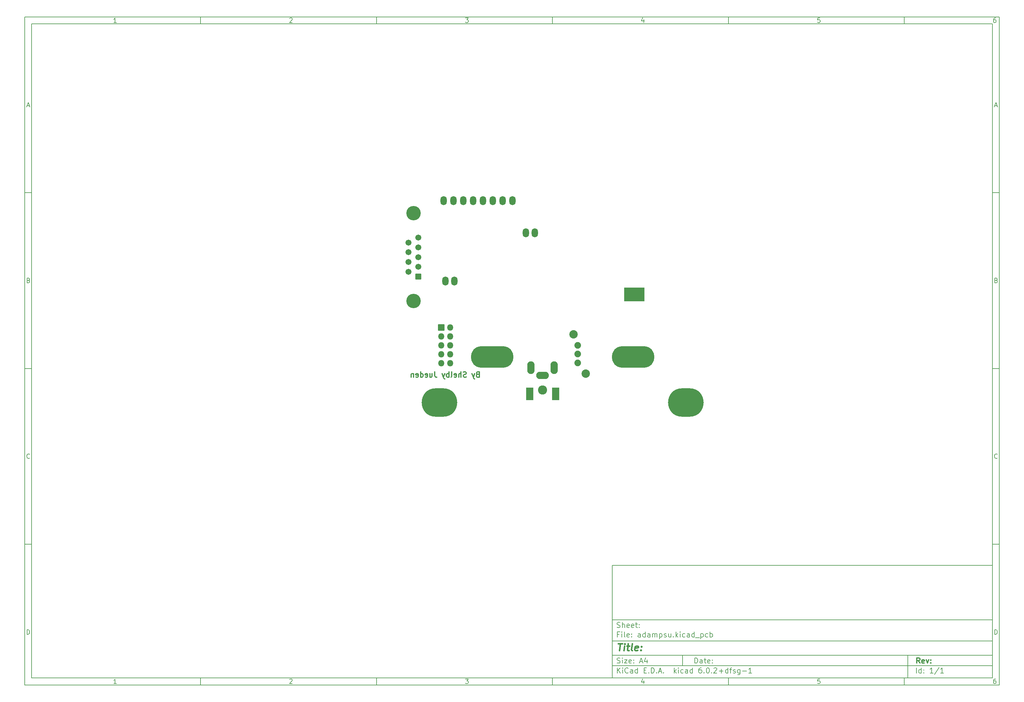
<source format=gbr>
G04 #@! TF.GenerationSoftware,KiCad,Pcbnew,6.0.2+dfsg-1*
G04 #@! TF.CreationDate,2023-07-16T14:07:36-07:00*
G04 #@! TF.ProjectId,adampsu,6164616d-7073-4752-9e6b-696361645f70,rev?*
G04 #@! TF.SameCoordinates,Original*
G04 #@! TF.FileFunction,Soldermask,Bot*
G04 #@! TF.FilePolarity,Negative*
%FSLAX46Y46*%
G04 Gerber Fmt 4.6, Leading zero omitted, Abs format (unit mm)*
G04 Created by KiCad (PCBNEW 6.0.2+dfsg-1) date 2023-07-16 14:07:36*
%MOMM*%
%LPD*%
G01*
G04 APERTURE LIST*
G04 Aperture macros list*
%AMRoundRect*
0 Rectangle with rounded corners*
0 $1 Rounding radius*
0 $2 $3 $4 $5 $6 $7 $8 $9 X,Y pos of 4 corners*
0 Add a 4 corners polygon primitive as box body*
4,1,4,$2,$3,$4,$5,$6,$7,$8,$9,$2,$3,0*
0 Add four circle primitives for the rounded corners*
1,1,$1+$1,$2,$3*
1,1,$1+$1,$4,$5*
1,1,$1+$1,$6,$7*
1,1,$1+$1,$8,$9*
0 Add four rect primitives between the rounded corners*
20,1,$1+$1,$2,$3,$4,$5,0*
20,1,$1+$1,$4,$5,$6,$7,0*
20,1,$1+$1,$6,$7,$8,$9,0*
20,1,$1+$1,$8,$9,$2,$3,0*%
G04 Aperture macros list end*
%ADD10C,0.100000*%
%ADD11C,0.150000*%
%ADD12C,0.300000*%
%ADD13C,0.400000*%
%ADD14O,1.802000X2.602000*%
%ADD15RoundRect,0.051000X-0.850000X-0.850000X0.850000X-0.850000X0.850000X0.850000X-0.850000X0.850000X0*%
%ADD16O,1.802000X1.802000*%
%ADD17C,2.602000*%
%ADD18O,2.102000X3.602000*%
%ADD19O,3.602000X2.102000*%
%ADD20RoundRect,0.051000X-1.000000X-1.750000X1.000000X-1.750000X1.000000X1.750000X-1.000000X1.750000X0*%
%ADD21C,4.102000*%
%ADD22RoundRect,0.051000X-0.800000X0.800000X-0.800000X-0.800000X0.800000X-0.800000X0.800000X0.800000X0*%
%ADD23C,1.702000*%
%ADD24C,1.880000*%
%ADD25C,2.388000*%
%ADD26O,10.102000X8.102000*%
%ADD27O,12.102000X6.102000*%
G04 APERTURE END LIST*
D10*
D11*
X177002200Y-166007200D02*
X177002200Y-198007200D01*
X285002200Y-198007200D01*
X285002200Y-166007200D01*
X177002200Y-166007200D01*
D10*
D11*
X10000000Y-10000000D02*
X10000000Y-200007200D01*
X287002200Y-200007200D01*
X287002200Y-10000000D01*
X10000000Y-10000000D01*
D10*
D11*
X12000000Y-12000000D02*
X12000000Y-198007200D01*
X285002200Y-198007200D01*
X285002200Y-12000000D01*
X12000000Y-12000000D01*
D10*
D11*
X60000000Y-12000000D02*
X60000000Y-10000000D01*
D10*
D11*
X110000000Y-12000000D02*
X110000000Y-10000000D01*
D10*
D11*
X160000000Y-12000000D02*
X160000000Y-10000000D01*
D10*
D11*
X210000000Y-12000000D02*
X210000000Y-10000000D01*
D10*
D11*
X260000000Y-12000000D02*
X260000000Y-10000000D01*
D10*
D11*
X36065476Y-11588095D02*
X35322619Y-11588095D01*
X35694047Y-11588095D02*
X35694047Y-10288095D01*
X35570238Y-10473809D01*
X35446428Y-10597619D01*
X35322619Y-10659523D01*
D10*
D11*
X85322619Y-10411904D02*
X85384523Y-10350000D01*
X85508333Y-10288095D01*
X85817857Y-10288095D01*
X85941666Y-10350000D01*
X86003571Y-10411904D01*
X86065476Y-10535714D01*
X86065476Y-10659523D01*
X86003571Y-10845238D01*
X85260714Y-11588095D01*
X86065476Y-11588095D01*
D10*
D11*
X135260714Y-10288095D02*
X136065476Y-10288095D01*
X135632142Y-10783333D01*
X135817857Y-10783333D01*
X135941666Y-10845238D01*
X136003571Y-10907142D01*
X136065476Y-11030952D01*
X136065476Y-11340476D01*
X136003571Y-11464285D01*
X135941666Y-11526190D01*
X135817857Y-11588095D01*
X135446428Y-11588095D01*
X135322619Y-11526190D01*
X135260714Y-11464285D01*
D10*
D11*
X185941666Y-10721428D02*
X185941666Y-11588095D01*
X185632142Y-10226190D02*
X185322619Y-11154761D01*
X186127380Y-11154761D01*
D10*
D11*
X236003571Y-10288095D02*
X235384523Y-10288095D01*
X235322619Y-10907142D01*
X235384523Y-10845238D01*
X235508333Y-10783333D01*
X235817857Y-10783333D01*
X235941666Y-10845238D01*
X236003571Y-10907142D01*
X236065476Y-11030952D01*
X236065476Y-11340476D01*
X236003571Y-11464285D01*
X235941666Y-11526190D01*
X235817857Y-11588095D01*
X235508333Y-11588095D01*
X235384523Y-11526190D01*
X235322619Y-11464285D01*
D10*
D11*
X285941666Y-10288095D02*
X285694047Y-10288095D01*
X285570238Y-10350000D01*
X285508333Y-10411904D01*
X285384523Y-10597619D01*
X285322619Y-10845238D01*
X285322619Y-11340476D01*
X285384523Y-11464285D01*
X285446428Y-11526190D01*
X285570238Y-11588095D01*
X285817857Y-11588095D01*
X285941666Y-11526190D01*
X286003571Y-11464285D01*
X286065476Y-11340476D01*
X286065476Y-11030952D01*
X286003571Y-10907142D01*
X285941666Y-10845238D01*
X285817857Y-10783333D01*
X285570238Y-10783333D01*
X285446428Y-10845238D01*
X285384523Y-10907142D01*
X285322619Y-11030952D01*
D10*
D11*
X60000000Y-198007200D02*
X60000000Y-200007200D01*
D10*
D11*
X110000000Y-198007200D02*
X110000000Y-200007200D01*
D10*
D11*
X160000000Y-198007200D02*
X160000000Y-200007200D01*
D10*
D11*
X210000000Y-198007200D02*
X210000000Y-200007200D01*
D10*
D11*
X260000000Y-198007200D02*
X260000000Y-200007200D01*
D10*
D11*
X36065476Y-199595295D02*
X35322619Y-199595295D01*
X35694047Y-199595295D02*
X35694047Y-198295295D01*
X35570238Y-198481009D01*
X35446428Y-198604819D01*
X35322619Y-198666723D01*
D10*
D11*
X85322619Y-198419104D02*
X85384523Y-198357200D01*
X85508333Y-198295295D01*
X85817857Y-198295295D01*
X85941666Y-198357200D01*
X86003571Y-198419104D01*
X86065476Y-198542914D01*
X86065476Y-198666723D01*
X86003571Y-198852438D01*
X85260714Y-199595295D01*
X86065476Y-199595295D01*
D10*
D11*
X135260714Y-198295295D02*
X136065476Y-198295295D01*
X135632142Y-198790533D01*
X135817857Y-198790533D01*
X135941666Y-198852438D01*
X136003571Y-198914342D01*
X136065476Y-199038152D01*
X136065476Y-199347676D01*
X136003571Y-199471485D01*
X135941666Y-199533390D01*
X135817857Y-199595295D01*
X135446428Y-199595295D01*
X135322619Y-199533390D01*
X135260714Y-199471485D01*
D10*
D11*
X185941666Y-198728628D02*
X185941666Y-199595295D01*
X185632142Y-198233390D02*
X185322619Y-199161961D01*
X186127380Y-199161961D01*
D10*
D11*
X236003571Y-198295295D02*
X235384523Y-198295295D01*
X235322619Y-198914342D01*
X235384523Y-198852438D01*
X235508333Y-198790533D01*
X235817857Y-198790533D01*
X235941666Y-198852438D01*
X236003571Y-198914342D01*
X236065476Y-199038152D01*
X236065476Y-199347676D01*
X236003571Y-199471485D01*
X235941666Y-199533390D01*
X235817857Y-199595295D01*
X235508333Y-199595295D01*
X235384523Y-199533390D01*
X235322619Y-199471485D01*
D10*
D11*
X285941666Y-198295295D02*
X285694047Y-198295295D01*
X285570238Y-198357200D01*
X285508333Y-198419104D01*
X285384523Y-198604819D01*
X285322619Y-198852438D01*
X285322619Y-199347676D01*
X285384523Y-199471485D01*
X285446428Y-199533390D01*
X285570238Y-199595295D01*
X285817857Y-199595295D01*
X285941666Y-199533390D01*
X286003571Y-199471485D01*
X286065476Y-199347676D01*
X286065476Y-199038152D01*
X286003571Y-198914342D01*
X285941666Y-198852438D01*
X285817857Y-198790533D01*
X285570238Y-198790533D01*
X285446428Y-198852438D01*
X285384523Y-198914342D01*
X285322619Y-199038152D01*
D10*
D11*
X10000000Y-60000000D02*
X12000000Y-60000000D01*
D10*
D11*
X10000000Y-110000000D02*
X12000000Y-110000000D01*
D10*
D11*
X10000000Y-160000000D02*
X12000000Y-160000000D01*
D10*
D11*
X10690476Y-35216666D02*
X11309523Y-35216666D01*
X10566666Y-35588095D02*
X11000000Y-34288095D01*
X11433333Y-35588095D01*
D10*
D11*
X11092857Y-84907142D02*
X11278571Y-84969047D01*
X11340476Y-85030952D01*
X11402380Y-85154761D01*
X11402380Y-85340476D01*
X11340476Y-85464285D01*
X11278571Y-85526190D01*
X11154761Y-85588095D01*
X10659523Y-85588095D01*
X10659523Y-84288095D01*
X11092857Y-84288095D01*
X11216666Y-84350000D01*
X11278571Y-84411904D01*
X11340476Y-84535714D01*
X11340476Y-84659523D01*
X11278571Y-84783333D01*
X11216666Y-84845238D01*
X11092857Y-84907142D01*
X10659523Y-84907142D01*
D10*
D11*
X11402380Y-135464285D02*
X11340476Y-135526190D01*
X11154761Y-135588095D01*
X11030952Y-135588095D01*
X10845238Y-135526190D01*
X10721428Y-135402380D01*
X10659523Y-135278571D01*
X10597619Y-135030952D01*
X10597619Y-134845238D01*
X10659523Y-134597619D01*
X10721428Y-134473809D01*
X10845238Y-134350000D01*
X11030952Y-134288095D01*
X11154761Y-134288095D01*
X11340476Y-134350000D01*
X11402380Y-134411904D01*
D10*
D11*
X10659523Y-185588095D02*
X10659523Y-184288095D01*
X10969047Y-184288095D01*
X11154761Y-184350000D01*
X11278571Y-184473809D01*
X11340476Y-184597619D01*
X11402380Y-184845238D01*
X11402380Y-185030952D01*
X11340476Y-185278571D01*
X11278571Y-185402380D01*
X11154761Y-185526190D01*
X10969047Y-185588095D01*
X10659523Y-185588095D01*
D10*
D11*
X287002200Y-60000000D02*
X285002200Y-60000000D01*
D10*
D11*
X287002200Y-110000000D02*
X285002200Y-110000000D01*
D10*
D11*
X287002200Y-160000000D02*
X285002200Y-160000000D01*
D10*
D11*
X285692676Y-35216666D02*
X286311723Y-35216666D01*
X285568866Y-35588095D02*
X286002200Y-34288095D01*
X286435533Y-35588095D01*
D10*
D11*
X286095057Y-84907142D02*
X286280771Y-84969047D01*
X286342676Y-85030952D01*
X286404580Y-85154761D01*
X286404580Y-85340476D01*
X286342676Y-85464285D01*
X286280771Y-85526190D01*
X286156961Y-85588095D01*
X285661723Y-85588095D01*
X285661723Y-84288095D01*
X286095057Y-84288095D01*
X286218866Y-84350000D01*
X286280771Y-84411904D01*
X286342676Y-84535714D01*
X286342676Y-84659523D01*
X286280771Y-84783333D01*
X286218866Y-84845238D01*
X286095057Y-84907142D01*
X285661723Y-84907142D01*
D10*
D11*
X286404580Y-135464285D02*
X286342676Y-135526190D01*
X286156961Y-135588095D01*
X286033152Y-135588095D01*
X285847438Y-135526190D01*
X285723628Y-135402380D01*
X285661723Y-135278571D01*
X285599819Y-135030952D01*
X285599819Y-134845238D01*
X285661723Y-134597619D01*
X285723628Y-134473809D01*
X285847438Y-134350000D01*
X286033152Y-134288095D01*
X286156961Y-134288095D01*
X286342676Y-134350000D01*
X286404580Y-134411904D01*
D10*
D11*
X285661723Y-185588095D02*
X285661723Y-184288095D01*
X285971247Y-184288095D01*
X286156961Y-184350000D01*
X286280771Y-184473809D01*
X286342676Y-184597619D01*
X286404580Y-184845238D01*
X286404580Y-185030952D01*
X286342676Y-185278571D01*
X286280771Y-185402380D01*
X286156961Y-185526190D01*
X285971247Y-185588095D01*
X285661723Y-185588095D01*
D10*
D11*
X200434342Y-193785771D02*
X200434342Y-192285771D01*
X200791485Y-192285771D01*
X201005771Y-192357200D01*
X201148628Y-192500057D01*
X201220057Y-192642914D01*
X201291485Y-192928628D01*
X201291485Y-193142914D01*
X201220057Y-193428628D01*
X201148628Y-193571485D01*
X201005771Y-193714342D01*
X200791485Y-193785771D01*
X200434342Y-193785771D01*
X202577200Y-193785771D02*
X202577200Y-193000057D01*
X202505771Y-192857200D01*
X202362914Y-192785771D01*
X202077200Y-192785771D01*
X201934342Y-192857200D01*
X202577200Y-193714342D02*
X202434342Y-193785771D01*
X202077200Y-193785771D01*
X201934342Y-193714342D01*
X201862914Y-193571485D01*
X201862914Y-193428628D01*
X201934342Y-193285771D01*
X202077200Y-193214342D01*
X202434342Y-193214342D01*
X202577200Y-193142914D01*
X203077200Y-192785771D02*
X203648628Y-192785771D01*
X203291485Y-192285771D02*
X203291485Y-193571485D01*
X203362914Y-193714342D01*
X203505771Y-193785771D01*
X203648628Y-193785771D01*
X204720057Y-193714342D02*
X204577200Y-193785771D01*
X204291485Y-193785771D01*
X204148628Y-193714342D01*
X204077200Y-193571485D01*
X204077200Y-193000057D01*
X204148628Y-192857200D01*
X204291485Y-192785771D01*
X204577200Y-192785771D01*
X204720057Y-192857200D01*
X204791485Y-193000057D01*
X204791485Y-193142914D01*
X204077200Y-193285771D01*
X205434342Y-193642914D02*
X205505771Y-193714342D01*
X205434342Y-193785771D01*
X205362914Y-193714342D01*
X205434342Y-193642914D01*
X205434342Y-193785771D01*
X205434342Y-192857200D02*
X205505771Y-192928628D01*
X205434342Y-193000057D01*
X205362914Y-192928628D01*
X205434342Y-192857200D01*
X205434342Y-193000057D01*
D10*
D11*
X177002200Y-194507200D02*
X285002200Y-194507200D01*
D10*
D11*
X178434342Y-196585771D02*
X178434342Y-195085771D01*
X179291485Y-196585771D02*
X178648628Y-195728628D01*
X179291485Y-195085771D02*
X178434342Y-195942914D01*
X179934342Y-196585771D02*
X179934342Y-195585771D01*
X179934342Y-195085771D02*
X179862914Y-195157200D01*
X179934342Y-195228628D01*
X180005771Y-195157200D01*
X179934342Y-195085771D01*
X179934342Y-195228628D01*
X181505771Y-196442914D02*
X181434342Y-196514342D01*
X181220057Y-196585771D01*
X181077200Y-196585771D01*
X180862914Y-196514342D01*
X180720057Y-196371485D01*
X180648628Y-196228628D01*
X180577200Y-195942914D01*
X180577200Y-195728628D01*
X180648628Y-195442914D01*
X180720057Y-195300057D01*
X180862914Y-195157200D01*
X181077200Y-195085771D01*
X181220057Y-195085771D01*
X181434342Y-195157200D01*
X181505771Y-195228628D01*
X182791485Y-196585771D02*
X182791485Y-195800057D01*
X182720057Y-195657200D01*
X182577200Y-195585771D01*
X182291485Y-195585771D01*
X182148628Y-195657200D01*
X182791485Y-196514342D02*
X182648628Y-196585771D01*
X182291485Y-196585771D01*
X182148628Y-196514342D01*
X182077200Y-196371485D01*
X182077200Y-196228628D01*
X182148628Y-196085771D01*
X182291485Y-196014342D01*
X182648628Y-196014342D01*
X182791485Y-195942914D01*
X184148628Y-196585771D02*
X184148628Y-195085771D01*
X184148628Y-196514342D02*
X184005771Y-196585771D01*
X183720057Y-196585771D01*
X183577200Y-196514342D01*
X183505771Y-196442914D01*
X183434342Y-196300057D01*
X183434342Y-195871485D01*
X183505771Y-195728628D01*
X183577200Y-195657200D01*
X183720057Y-195585771D01*
X184005771Y-195585771D01*
X184148628Y-195657200D01*
X186005771Y-195800057D02*
X186505771Y-195800057D01*
X186720057Y-196585771D02*
X186005771Y-196585771D01*
X186005771Y-195085771D01*
X186720057Y-195085771D01*
X187362914Y-196442914D02*
X187434342Y-196514342D01*
X187362914Y-196585771D01*
X187291485Y-196514342D01*
X187362914Y-196442914D01*
X187362914Y-196585771D01*
X188077200Y-196585771D02*
X188077200Y-195085771D01*
X188434342Y-195085771D01*
X188648628Y-195157200D01*
X188791485Y-195300057D01*
X188862914Y-195442914D01*
X188934342Y-195728628D01*
X188934342Y-195942914D01*
X188862914Y-196228628D01*
X188791485Y-196371485D01*
X188648628Y-196514342D01*
X188434342Y-196585771D01*
X188077200Y-196585771D01*
X189577200Y-196442914D02*
X189648628Y-196514342D01*
X189577200Y-196585771D01*
X189505771Y-196514342D01*
X189577200Y-196442914D01*
X189577200Y-196585771D01*
X190220057Y-196157200D02*
X190934342Y-196157200D01*
X190077200Y-196585771D02*
X190577200Y-195085771D01*
X191077200Y-196585771D01*
X191577200Y-196442914D02*
X191648628Y-196514342D01*
X191577200Y-196585771D01*
X191505771Y-196514342D01*
X191577200Y-196442914D01*
X191577200Y-196585771D01*
X194577200Y-196585771D02*
X194577200Y-195085771D01*
X194720057Y-196014342D02*
X195148628Y-196585771D01*
X195148628Y-195585771D02*
X194577200Y-196157200D01*
X195791485Y-196585771D02*
X195791485Y-195585771D01*
X195791485Y-195085771D02*
X195720057Y-195157200D01*
X195791485Y-195228628D01*
X195862914Y-195157200D01*
X195791485Y-195085771D01*
X195791485Y-195228628D01*
X197148628Y-196514342D02*
X197005771Y-196585771D01*
X196720057Y-196585771D01*
X196577200Y-196514342D01*
X196505771Y-196442914D01*
X196434342Y-196300057D01*
X196434342Y-195871485D01*
X196505771Y-195728628D01*
X196577200Y-195657200D01*
X196720057Y-195585771D01*
X197005771Y-195585771D01*
X197148628Y-195657200D01*
X198434342Y-196585771D02*
X198434342Y-195800057D01*
X198362914Y-195657200D01*
X198220057Y-195585771D01*
X197934342Y-195585771D01*
X197791485Y-195657200D01*
X198434342Y-196514342D02*
X198291485Y-196585771D01*
X197934342Y-196585771D01*
X197791485Y-196514342D01*
X197720057Y-196371485D01*
X197720057Y-196228628D01*
X197791485Y-196085771D01*
X197934342Y-196014342D01*
X198291485Y-196014342D01*
X198434342Y-195942914D01*
X199791485Y-196585771D02*
X199791485Y-195085771D01*
X199791485Y-196514342D02*
X199648628Y-196585771D01*
X199362914Y-196585771D01*
X199220057Y-196514342D01*
X199148628Y-196442914D01*
X199077200Y-196300057D01*
X199077200Y-195871485D01*
X199148628Y-195728628D01*
X199220057Y-195657200D01*
X199362914Y-195585771D01*
X199648628Y-195585771D01*
X199791485Y-195657200D01*
X202291485Y-195085771D02*
X202005771Y-195085771D01*
X201862914Y-195157200D01*
X201791485Y-195228628D01*
X201648628Y-195442914D01*
X201577200Y-195728628D01*
X201577200Y-196300057D01*
X201648628Y-196442914D01*
X201720057Y-196514342D01*
X201862914Y-196585771D01*
X202148628Y-196585771D01*
X202291485Y-196514342D01*
X202362914Y-196442914D01*
X202434342Y-196300057D01*
X202434342Y-195942914D01*
X202362914Y-195800057D01*
X202291485Y-195728628D01*
X202148628Y-195657200D01*
X201862914Y-195657200D01*
X201720057Y-195728628D01*
X201648628Y-195800057D01*
X201577200Y-195942914D01*
X203077200Y-196442914D02*
X203148628Y-196514342D01*
X203077200Y-196585771D01*
X203005771Y-196514342D01*
X203077200Y-196442914D01*
X203077200Y-196585771D01*
X204077200Y-195085771D02*
X204220057Y-195085771D01*
X204362914Y-195157200D01*
X204434342Y-195228628D01*
X204505771Y-195371485D01*
X204577200Y-195657200D01*
X204577200Y-196014342D01*
X204505771Y-196300057D01*
X204434342Y-196442914D01*
X204362914Y-196514342D01*
X204220057Y-196585771D01*
X204077200Y-196585771D01*
X203934342Y-196514342D01*
X203862914Y-196442914D01*
X203791485Y-196300057D01*
X203720057Y-196014342D01*
X203720057Y-195657200D01*
X203791485Y-195371485D01*
X203862914Y-195228628D01*
X203934342Y-195157200D01*
X204077200Y-195085771D01*
X205220057Y-196442914D02*
X205291485Y-196514342D01*
X205220057Y-196585771D01*
X205148628Y-196514342D01*
X205220057Y-196442914D01*
X205220057Y-196585771D01*
X205862914Y-195228628D02*
X205934342Y-195157200D01*
X206077200Y-195085771D01*
X206434342Y-195085771D01*
X206577200Y-195157200D01*
X206648628Y-195228628D01*
X206720057Y-195371485D01*
X206720057Y-195514342D01*
X206648628Y-195728628D01*
X205791485Y-196585771D01*
X206720057Y-196585771D01*
X207362914Y-196014342D02*
X208505771Y-196014342D01*
X207934342Y-196585771D02*
X207934342Y-195442914D01*
X209862914Y-196585771D02*
X209862914Y-195085771D01*
X209862914Y-196514342D02*
X209720057Y-196585771D01*
X209434342Y-196585771D01*
X209291485Y-196514342D01*
X209220057Y-196442914D01*
X209148628Y-196300057D01*
X209148628Y-195871485D01*
X209220057Y-195728628D01*
X209291485Y-195657200D01*
X209434342Y-195585771D01*
X209720057Y-195585771D01*
X209862914Y-195657200D01*
X210362914Y-195585771D02*
X210934342Y-195585771D01*
X210577200Y-196585771D02*
X210577200Y-195300057D01*
X210648628Y-195157200D01*
X210791485Y-195085771D01*
X210934342Y-195085771D01*
X211362914Y-196514342D02*
X211505771Y-196585771D01*
X211791485Y-196585771D01*
X211934342Y-196514342D01*
X212005771Y-196371485D01*
X212005771Y-196300057D01*
X211934342Y-196157200D01*
X211791485Y-196085771D01*
X211577200Y-196085771D01*
X211434342Y-196014342D01*
X211362914Y-195871485D01*
X211362914Y-195800057D01*
X211434342Y-195657200D01*
X211577200Y-195585771D01*
X211791485Y-195585771D01*
X211934342Y-195657200D01*
X213291485Y-195585771D02*
X213291485Y-196800057D01*
X213220057Y-196942914D01*
X213148628Y-197014342D01*
X213005771Y-197085771D01*
X212791485Y-197085771D01*
X212648628Y-197014342D01*
X213291485Y-196514342D02*
X213148628Y-196585771D01*
X212862914Y-196585771D01*
X212720057Y-196514342D01*
X212648628Y-196442914D01*
X212577200Y-196300057D01*
X212577200Y-195871485D01*
X212648628Y-195728628D01*
X212720057Y-195657200D01*
X212862914Y-195585771D01*
X213148628Y-195585771D01*
X213291485Y-195657200D01*
X214005771Y-196014342D02*
X215148628Y-196014342D01*
X216648628Y-196585771D02*
X215791485Y-196585771D01*
X216220057Y-196585771D02*
X216220057Y-195085771D01*
X216077200Y-195300057D01*
X215934342Y-195442914D01*
X215791485Y-195514342D01*
D10*
D11*
X177002200Y-191507200D02*
X285002200Y-191507200D01*
D10*
D12*
X264411485Y-193785771D02*
X263911485Y-193071485D01*
X263554342Y-193785771D02*
X263554342Y-192285771D01*
X264125771Y-192285771D01*
X264268628Y-192357200D01*
X264340057Y-192428628D01*
X264411485Y-192571485D01*
X264411485Y-192785771D01*
X264340057Y-192928628D01*
X264268628Y-193000057D01*
X264125771Y-193071485D01*
X263554342Y-193071485D01*
X265625771Y-193714342D02*
X265482914Y-193785771D01*
X265197200Y-193785771D01*
X265054342Y-193714342D01*
X264982914Y-193571485D01*
X264982914Y-193000057D01*
X265054342Y-192857200D01*
X265197200Y-192785771D01*
X265482914Y-192785771D01*
X265625771Y-192857200D01*
X265697200Y-193000057D01*
X265697200Y-193142914D01*
X264982914Y-193285771D01*
X266197200Y-192785771D02*
X266554342Y-193785771D01*
X266911485Y-192785771D01*
X267482914Y-193642914D02*
X267554342Y-193714342D01*
X267482914Y-193785771D01*
X267411485Y-193714342D01*
X267482914Y-193642914D01*
X267482914Y-193785771D01*
X267482914Y-192857200D02*
X267554342Y-192928628D01*
X267482914Y-193000057D01*
X267411485Y-192928628D01*
X267482914Y-192857200D01*
X267482914Y-193000057D01*
D10*
D11*
X178362914Y-193714342D02*
X178577200Y-193785771D01*
X178934342Y-193785771D01*
X179077200Y-193714342D01*
X179148628Y-193642914D01*
X179220057Y-193500057D01*
X179220057Y-193357200D01*
X179148628Y-193214342D01*
X179077200Y-193142914D01*
X178934342Y-193071485D01*
X178648628Y-193000057D01*
X178505771Y-192928628D01*
X178434342Y-192857200D01*
X178362914Y-192714342D01*
X178362914Y-192571485D01*
X178434342Y-192428628D01*
X178505771Y-192357200D01*
X178648628Y-192285771D01*
X179005771Y-192285771D01*
X179220057Y-192357200D01*
X179862914Y-193785771D02*
X179862914Y-192785771D01*
X179862914Y-192285771D02*
X179791485Y-192357200D01*
X179862914Y-192428628D01*
X179934342Y-192357200D01*
X179862914Y-192285771D01*
X179862914Y-192428628D01*
X180434342Y-192785771D02*
X181220057Y-192785771D01*
X180434342Y-193785771D01*
X181220057Y-193785771D01*
X182362914Y-193714342D02*
X182220057Y-193785771D01*
X181934342Y-193785771D01*
X181791485Y-193714342D01*
X181720057Y-193571485D01*
X181720057Y-193000057D01*
X181791485Y-192857200D01*
X181934342Y-192785771D01*
X182220057Y-192785771D01*
X182362914Y-192857200D01*
X182434342Y-193000057D01*
X182434342Y-193142914D01*
X181720057Y-193285771D01*
X183077200Y-193642914D02*
X183148628Y-193714342D01*
X183077200Y-193785771D01*
X183005771Y-193714342D01*
X183077200Y-193642914D01*
X183077200Y-193785771D01*
X183077200Y-192857200D02*
X183148628Y-192928628D01*
X183077200Y-193000057D01*
X183005771Y-192928628D01*
X183077200Y-192857200D01*
X183077200Y-193000057D01*
X184862914Y-193357200D02*
X185577200Y-193357200D01*
X184720057Y-193785771D02*
X185220057Y-192285771D01*
X185720057Y-193785771D01*
X186862914Y-192785771D02*
X186862914Y-193785771D01*
X186505771Y-192214342D02*
X186148628Y-193285771D01*
X187077200Y-193285771D01*
D10*
D11*
X263434342Y-196585771D02*
X263434342Y-195085771D01*
X264791485Y-196585771D02*
X264791485Y-195085771D01*
X264791485Y-196514342D02*
X264648628Y-196585771D01*
X264362914Y-196585771D01*
X264220057Y-196514342D01*
X264148628Y-196442914D01*
X264077200Y-196300057D01*
X264077200Y-195871485D01*
X264148628Y-195728628D01*
X264220057Y-195657200D01*
X264362914Y-195585771D01*
X264648628Y-195585771D01*
X264791485Y-195657200D01*
X265505771Y-196442914D02*
X265577200Y-196514342D01*
X265505771Y-196585771D01*
X265434342Y-196514342D01*
X265505771Y-196442914D01*
X265505771Y-196585771D01*
X265505771Y-195657200D02*
X265577200Y-195728628D01*
X265505771Y-195800057D01*
X265434342Y-195728628D01*
X265505771Y-195657200D01*
X265505771Y-195800057D01*
X268148628Y-196585771D02*
X267291485Y-196585771D01*
X267720057Y-196585771D02*
X267720057Y-195085771D01*
X267577200Y-195300057D01*
X267434342Y-195442914D01*
X267291485Y-195514342D01*
X269862914Y-195014342D02*
X268577200Y-196942914D01*
X271148628Y-196585771D02*
X270291485Y-196585771D01*
X270720057Y-196585771D02*
X270720057Y-195085771D01*
X270577200Y-195300057D01*
X270434342Y-195442914D01*
X270291485Y-195514342D01*
D10*
D11*
X177002200Y-187507200D02*
X285002200Y-187507200D01*
D10*
D13*
X178714580Y-188211961D02*
X179857438Y-188211961D01*
X179036009Y-190211961D02*
X179286009Y-188211961D01*
X180274104Y-190211961D02*
X180440771Y-188878628D01*
X180524104Y-188211961D02*
X180416961Y-188307200D01*
X180500295Y-188402438D01*
X180607438Y-188307200D01*
X180524104Y-188211961D01*
X180500295Y-188402438D01*
X181107438Y-188878628D02*
X181869342Y-188878628D01*
X181476485Y-188211961D02*
X181262200Y-189926247D01*
X181333628Y-190116723D01*
X181512200Y-190211961D01*
X181702676Y-190211961D01*
X182655057Y-190211961D02*
X182476485Y-190116723D01*
X182405057Y-189926247D01*
X182619342Y-188211961D01*
X184190771Y-190116723D02*
X183988390Y-190211961D01*
X183607438Y-190211961D01*
X183428866Y-190116723D01*
X183357438Y-189926247D01*
X183452676Y-189164342D01*
X183571723Y-188973866D01*
X183774104Y-188878628D01*
X184155057Y-188878628D01*
X184333628Y-188973866D01*
X184405057Y-189164342D01*
X184381247Y-189354819D01*
X183405057Y-189545295D01*
X185155057Y-190021485D02*
X185238390Y-190116723D01*
X185131247Y-190211961D01*
X185047914Y-190116723D01*
X185155057Y-190021485D01*
X185131247Y-190211961D01*
X185286009Y-188973866D02*
X185369342Y-189069104D01*
X185262200Y-189164342D01*
X185178866Y-189069104D01*
X185286009Y-188973866D01*
X185262200Y-189164342D01*
D10*
D11*
X178934342Y-185600057D02*
X178434342Y-185600057D01*
X178434342Y-186385771D02*
X178434342Y-184885771D01*
X179148628Y-184885771D01*
X179720057Y-186385771D02*
X179720057Y-185385771D01*
X179720057Y-184885771D02*
X179648628Y-184957200D01*
X179720057Y-185028628D01*
X179791485Y-184957200D01*
X179720057Y-184885771D01*
X179720057Y-185028628D01*
X180648628Y-186385771D02*
X180505771Y-186314342D01*
X180434342Y-186171485D01*
X180434342Y-184885771D01*
X181791485Y-186314342D02*
X181648628Y-186385771D01*
X181362914Y-186385771D01*
X181220057Y-186314342D01*
X181148628Y-186171485D01*
X181148628Y-185600057D01*
X181220057Y-185457200D01*
X181362914Y-185385771D01*
X181648628Y-185385771D01*
X181791485Y-185457200D01*
X181862914Y-185600057D01*
X181862914Y-185742914D01*
X181148628Y-185885771D01*
X182505771Y-186242914D02*
X182577200Y-186314342D01*
X182505771Y-186385771D01*
X182434342Y-186314342D01*
X182505771Y-186242914D01*
X182505771Y-186385771D01*
X182505771Y-185457200D02*
X182577200Y-185528628D01*
X182505771Y-185600057D01*
X182434342Y-185528628D01*
X182505771Y-185457200D01*
X182505771Y-185600057D01*
X185005771Y-186385771D02*
X185005771Y-185600057D01*
X184934342Y-185457200D01*
X184791485Y-185385771D01*
X184505771Y-185385771D01*
X184362914Y-185457200D01*
X185005771Y-186314342D02*
X184862914Y-186385771D01*
X184505771Y-186385771D01*
X184362914Y-186314342D01*
X184291485Y-186171485D01*
X184291485Y-186028628D01*
X184362914Y-185885771D01*
X184505771Y-185814342D01*
X184862914Y-185814342D01*
X185005771Y-185742914D01*
X186362914Y-186385771D02*
X186362914Y-184885771D01*
X186362914Y-186314342D02*
X186220057Y-186385771D01*
X185934342Y-186385771D01*
X185791485Y-186314342D01*
X185720057Y-186242914D01*
X185648628Y-186100057D01*
X185648628Y-185671485D01*
X185720057Y-185528628D01*
X185791485Y-185457200D01*
X185934342Y-185385771D01*
X186220057Y-185385771D01*
X186362914Y-185457200D01*
X187720057Y-186385771D02*
X187720057Y-185600057D01*
X187648628Y-185457200D01*
X187505771Y-185385771D01*
X187220057Y-185385771D01*
X187077200Y-185457200D01*
X187720057Y-186314342D02*
X187577200Y-186385771D01*
X187220057Y-186385771D01*
X187077200Y-186314342D01*
X187005771Y-186171485D01*
X187005771Y-186028628D01*
X187077200Y-185885771D01*
X187220057Y-185814342D01*
X187577200Y-185814342D01*
X187720057Y-185742914D01*
X188434342Y-186385771D02*
X188434342Y-185385771D01*
X188434342Y-185528628D02*
X188505771Y-185457200D01*
X188648628Y-185385771D01*
X188862914Y-185385771D01*
X189005771Y-185457200D01*
X189077200Y-185600057D01*
X189077200Y-186385771D01*
X189077200Y-185600057D02*
X189148628Y-185457200D01*
X189291485Y-185385771D01*
X189505771Y-185385771D01*
X189648628Y-185457200D01*
X189720057Y-185600057D01*
X189720057Y-186385771D01*
X190434342Y-185385771D02*
X190434342Y-186885771D01*
X190434342Y-185457200D02*
X190577200Y-185385771D01*
X190862914Y-185385771D01*
X191005771Y-185457200D01*
X191077200Y-185528628D01*
X191148628Y-185671485D01*
X191148628Y-186100057D01*
X191077200Y-186242914D01*
X191005771Y-186314342D01*
X190862914Y-186385771D01*
X190577200Y-186385771D01*
X190434342Y-186314342D01*
X191720057Y-186314342D02*
X191862914Y-186385771D01*
X192148628Y-186385771D01*
X192291485Y-186314342D01*
X192362914Y-186171485D01*
X192362914Y-186100057D01*
X192291485Y-185957200D01*
X192148628Y-185885771D01*
X191934342Y-185885771D01*
X191791485Y-185814342D01*
X191720057Y-185671485D01*
X191720057Y-185600057D01*
X191791485Y-185457200D01*
X191934342Y-185385771D01*
X192148628Y-185385771D01*
X192291485Y-185457200D01*
X193648628Y-185385771D02*
X193648628Y-186385771D01*
X193005771Y-185385771D02*
X193005771Y-186171485D01*
X193077200Y-186314342D01*
X193220057Y-186385771D01*
X193434342Y-186385771D01*
X193577200Y-186314342D01*
X193648628Y-186242914D01*
X194362914Y-186242914D02*
X194434342Y-186314342D01*
X194362914Y-186385771D01*
X194291485Y-186314342D01*
X194362914Y-186242914D01*
X194362914Y-186385771D01*
X195077200Y-186385771D02*
X195077200Y-184885771D01*
X195220057Y-185814342D02*
X195648628Y-186385771D01*
X195648628Y-185385771D02*
X195077200Y-185957200D01*
X196291485Y-186385771D02*
X196291485Y-185385771D01*
X196291485Y-184885771D02*
X196220057Y-184957200D01*
X196291485Y-185028628D01*
X196362914Y-184957200D01*
X196291485Y-184885771D01*
X196291485Y-185028628D01*
X197648628Y-186314342D02*
X197505771Y-186385771D01*
X197220057Y-186385771D01*
X197077200Y-186314342D01*
X197005771Y-186242914D01*
X196934342Y-186100057D01*
X196934342Y-185671485D01*
X197005771Y-185528628D01*
X197077200Y-185457200D01*
X197220057Y-185385771D01*
X197505771Y-185385771D01*
X197648628Y-185457200D01*
X198934342Y-186385771D02*
X198934342Y-185600057D01*
X198862914Y-185457200D01*
X198720057Y-185385771D01*
X198434342Y-185385771D01*
X198291485Y-185457200D01*
X198934342Y-186314342D02*
X198791485Y-186385771D01*
X198434342Y-186385771D01*
X198291485Y-186314342D01*
X198220057Y-186171485D01*
X198220057Y-186028628D01*
X198291485Y-185885771D01*
X198434342Y-185814342D01*
X198791485Y-185814342D01*
X198934342Y-185742914D01*
X200291485Y-186385771D02*
X200291485Y-184885771D01*
X200291485Y-186314342D02*
X200148628Y-186385771D01*
X199862914Y-186385771D01*
X199720057Y-186314342D01*
X199648628Y-186242914D01*
X199577200Y-186100057D01*
X199577200Y-185671485D01*
X199648628Y-185528628D01*
X199720057Y-185457200D01*
X199862914Y-185385771D01*
X200148628Y-185385771D01*
X200291485Y-185457200D01*
X200648628Y-186528628D02*
X201791485Y-186528628D01*
X202148628Y-185385771D02*
X202148628Y-186885771D01*
X202148628Y-185457200D02*
X202291485Y-185385771D01*
X202577200Y-185385771D01*
X202720057Y-185457200D01*
X202791485Y-185528628D01*
X202862914Y-185671485D01*
X202862914Y-186100057D01*
X202791485Y-186242914D01*
X202720057Y-186314342D01*
X202577200Y-186385771D01*
X202291485Y-186385771D01*
X202148628Y-186314342D01*
X204148628Y-186314342D02*
X204005771Y-186385771D01*
X203720057Y-186385771D01*
X203577200Y-186314342D01*
X203505771Y-186242914D01*
X203434342Y-186100057D01*
X203434342Y-185671485D01*
X203505771Y-185528628D01*
X203577200Y-185457200D01*
X203720057Y-185385771D01*
X204005771Y-185385771D01*
X204148628Y-185457200D01*
X204791485Y-186385771D02*
X204791485Y-184885771D01*
X204791485Y-185457200D02*
X204934342Y-185385771D01*
X205220057Y-185385771D01*
X205362914Y-185457200D01*
X205434342Y-185528628D01*
X205505771Y-185671485D01*
X205505771Y-186100057D01*
X205434342Y-186242914D01*
X205362914Y-186314342D01*
X205220057Y-186385771D01*
X204934342Y-186385771D01*
X204791485Y-186314342D01*
D10*
D11*
X177002200Y-181507200D02*
X285002200Y-181507200D01*
D10*
D11*
X178362914Y-183614342D02*
X178577200Y-183685771D01*
X178934342Y-183685771D01*
X179077200Y-183614342D01*
X179148628Y-183542914D01*
X179220057Y-183400057D01*
X179220057Y-183257200D01*
X179148628Y-183114342D01*
X179077200Y-183042914D01*
X178934342Y-182971485D01*
X178648628Y-182900057D01*
X178505771Y-182828628D01*
X178434342Y-182757200D01*
X178362914Y-182614342D01*
X178362914Y-182471485D01*
X178434342Y-182328628D01*
X178505771Y-182257200D01*
X178648628Y-182185771D01*
X179005771Y-182185771D01*
X179220057Y-182257200D01*
X179862914Y-183685771D02*
X179862914Y-182185771D01*
X180505771Y-183685771D02*
X180505771Y-182900057D01*
X180434342Y-182757200D01*
X180291485Y-182685771D01*
X180077200Y-182685771D01*
X179934342Y-182757200D01*
X179862914Y-182828628D01*
X181791485Y-183614342D02*
X181648628Y-183685771D01*
X181362914Y-183685771D01*
X181220057Y-183614342D01*
X181148628Y-183471485D01*
X181148628Y-182900057D01*
X181220057Y-182757200D01*
X181362914Y-182685771D01*
X181648628Y-182685771D01*
X181791485Y-182757200D01*
X181862914Y-182900057D01*
X181862914Y-183042914D01*
X181148628Y-183185771D01*
X183077200Y-183614342D02*
X182934342Y-183685771D01*
X182648628Y-183685771D01*
X182505771Y-183614342D01*
X182434342Y-183471485D01*
X182434342Y-182900057D01*
X182505771Y-182757200D01*
X182648628Y-182685771D01*
X182934342Y-182685771D01*
X183077200Y-182757200D01*
X183148628Y-182900057D01*
X183148628Y-183042914D01*
X182434342Y-183185771D01*
X183577200Y-182685771D02*
X184148628Y-182685771D01*
X183791485Y-182185771D02*
X183791485Y-183471485D01*
X183862914Y-183614342D01*
X184005771Y-183685771D01*
X184148628Y-183685771D01*
X184648628Y-183542914D02*
X184720057Y-183614342D01*
X184648628Y-183685771D01*
X184577200Y-183614342D01*
X184648628Y-183542914D01*
X184648628Y-183685771D01*
X184648628Y-182757200D02*
X184720057Y-182828628D01*
X184648628Y-182900057D01*
X184577200Y-182828628D01*
X184648628Y-182757200D01*
X184648628Y-182900057D01*
D10*
D12*
D10*
D11*
D10*
D11*
D10*
D11*
D10*
D11*
D10*
D11*
X197002200Y-191507200D02*
X197002200Y-194507200D01*
D10*
D11*
X261002200Y-191507200D02*
X261002200Y-198007200D01*
D10*
X180340000Y-86995000D02*
X180340000Y-90805000D01*
X180340000Y-90805000D02*
X186055000Y-90805000D01*
X186055000Y-90805000D02*
X186055000Y-86995000D01*
X186055000Y-86995000D02*
X180340000Y-86995000D01*
G36*
X186055000Y-90805000D02*
G01*
X180340000Y-90805000D01*
X180340000Y-86995000D01*
X186055000Y-86995000D01*
X186055000Y-90805000D01*
G37*
X186055000Y-90805000D02*
X180340000Y-90805000D01*
X180340000Y-86995000D01*
X186055000Y-86995000D01*
X186055000Y-90805000D01*
D12*
X138718571Y-111652857D02*
X138504285Y-111724285D01*
X138432857Y-111795714D01*
X138361428Y-111938571D01*
X138361428Y-112152857D01*
X138432857Y-112295714D01*
X138504285Y-112367142D01*
X138647142Y-112438571D01*
X139218571Y-112438571D01*
X139218571Y-110938571D01*
X138718571Y-110938571D01*
X138575714Y-111010000D01*
X138504285Y-111081428D01*
X138432857Y-111224285D01*
X138432857Y-111367142D01*
X138504285Y-111510000D01*
X138575714Y-111581428D01*
X138718571Y-111652857D01*
X139218571Y-111652857D01*
X137861428Y-111438571D02*
X137504285Y-112438571D01*
X137147142Y-111438571D02*
X137504285Y-112438571D01*
X137647142Y-112795714D01*
X137718571Y-112867142D01*
X137861428Y-112938571D01*
X135504285Y-112367142D02*
X135290000Y-112438571D01*
X134932857Y-112438571D01*
X134790000Y-112367142D01*
X134718571Y-112295714D01*
X134647142Y-112152857D01*
X134647142Y-112010000D01*
X134718571Y-111867142D01*
X134790000Y-111795714D01*
X134932857Y-111724285D01*
X135218571Y-111652857D01*
X135361428Y-111581428D01*
X135432857Y-111510000D01*
X135504285Y-111367142D01*
X135504285Y-111224285D01*
X135432857Y-111081428D01*
X135361428Y-111010000D01*
X135218571Y-110938571D01*
X134861428Y-110938571D01*
X134647142Y-111010000D01*
X134004285Y-112438571D02*
X134004285Y-110938571D01*
X133361428Y-112438571D02*
X133361428Y-111652857D01*
X133432857Y-111510000D01*
X133575714Y-111438571D01*
X133790000Y-111438571D01*
X133932857Y-111510000D01*
X134004285Y-111581428D01*
X132075714Y-112367142D02*
X132218571Y-112438571D01*
X132504285Y-112438571D01*
X132647142Y-112367142D01*
X132718571Y-112224285D01*
X132718571Y-111652857D01*
X132647142Y-111510000D01*
X132504285Y-111438571D01*
X132218571Y-111438571D01*
X132075714Y-111510000D01*
X132004285Y-111652857D01*
X132004285Y-111795714D01*
X132718571Y-111938571D01*
X131147142Y-112438571D02*
X131290000Y-112367142D01*
X131361428Y-112224285D01*
X131361428Y-110938571D01*
X130575714Y-112438571D02*
X130575714Y-110938571D01*
X130575714Y-111510000D02*
X130432857Y-111438571D01*
X130147142Y-111438571D01*
X130004285Y-111510000D01*
X129932857Y-111581428D01*
X129861428Y-111724285D01*
X129861428Y-112152857D01*
X129932857Y-112295714D01*
X130004285Y-112367142D01*
X130147142Y-112438571D01*
X130432857Y-112438571D01*
X130575714Y-112367142D01*
X129361428Y-111438571D02*
X129004285Y-112438571D01*
X128647142Y-111438571D02*
X129004285Y-112438571D01*
X129147142Y-112795714D01*
X129218571Y-112867142D01*
X129361428Y-112938571D01*
X126504285Y-110938571D02*
X126504285Y-112010000D01*
X126575714Y-112224285D01*
X126718571Y-112367142D01*
X126932857Y-112438571D01*
X127075714Y-112438571D01*
X125147142Y-111438571D02*
X125147142Y-112438571D01*
X125790000Y-111438571D02*
X125790000Y-112224285D01*
X125718571Y-112367142D01*
X125575714Y-112438571D01*
X125361428Y-112438571D01*
X125218571Y-112367142D01*
X125147142Y-112295714D01*
X123861428Y-112367142D02*
X124004285Y-112438571D01*
X124290000Y-112438571D01*
X124432857Y-112367142D01*
X124504285Y-112224285D01*
X124504285Y-111652857D01*
X124432857Y-111510000D01*
X124290000Y-111438571D01*
X124004285Y-111438571D01*
X123861428Y-111510000D01*
X123790000Y-111652857D01*
X123790000Y-111795714D01*
X124504285Y-111938571D01*
X122504285Y-112438571D02*
X122504285Y-110938571D01*
X122504285Y-112367142D02*
X122647142Y-112438571D01*
X122932857Y-112438571D01*
X123075714Y-112367142D01*
X123147142Y-112295714D01*
X123218571Y-112152857D01*
X123218571Y-111724285D01*
X123147142Y-111581428D01*
X123075714Y-111510000D01*
X122932857Y-111438571D01*
X122647142Y-111438571D01*
X122504285Y-111510000D01*
X121218571Y-112367142D02*
X121361428Y-112438571D01*
X121647142Y-112438571D01*
X121790000Y-112367142D01*
X121861428Y-112224285D01*
X121861428Y-111652857D01*
X121790000Y-111510000D01*
X121647142Y-111438571D01*
X121361428Y-111438571D01*
X121218571Y-111510000D01*
X121147142Y-111652857D01*
X121147142Y-111795714D01*
X121861428Y-111938571D01*
X120504285Y-111438571D02*
X120504285Y-112438571D01*
X120504285Y-111581428D02*
X120432857Y-111510000D01*
X120290000Y-111438571D01*
X120075714Y-111438571D01*
X119932857Y-111510000D01*
X119861428Y-111652857D01*
X119861428Y-112438571D01*
D10*
X180340000Y-86995000D02*
X180340000Y-90805000D01*
X180340000Y-90805000D02*
X186055000Y-90805000D01*
X186055000Y-90805000D02*
X186055000Y-86995000D01*
X186055000Y-86995000D02*
X180340000Y-86995000D01*
G36*
X186055000Y-90805000D02*
G01*
X180340000Y-90805000D01*
X180340000Y-86995000D01*
X186055000Y-86995000D01*
X186055000Y-90805000D01*
G37*
X186055000Y-90805000D02*
X180340000Y-90805000D01*
X180340000Y-86995000D01*
X186055000Y-86995000D01*
X186055000Y-90805000D01*
D12*
X138718571Y-111652857D02*
X138504285Y-111724285D01*
X138432857Y-111795714D01*
X138361428Y-111938571D01*
X138361428Y-112152857D01*
X138432857Y-112295714D01*
X138504285Y-112367142D01*
X138647142Y-112438571D01*
X139218571Y-112438571D01*
X139218571Y-110938571D01*
X138718571Y-110938571D01*
X138575714Y-111010000D01*
X138504285Y-111081428D01*
X138432857Y-111224285D01*
X138432857Y-111367142D01*
X138504285Y-111510000D01*
X138575714Y-111581428D01*
X138718571Y-111652857D01*
X139218571Y-111652857D01*
X137861428Y-111438571D02*
X137504285Y-112438571D01*
X137147142Y-111438571D02*
X137504285Y-112438571D01*
X137647142Y-112795714D01*
X137718571Y-112867142D01*
X137861428Y-112938571D01*
X135504285Y-112367142D02*
X135290000Y-112438571D01*
X134932857Y-112438571D01*
X134790000Y-112367142D01*
X134718571Y-112295714D01*
X134647142Y-112152857D01*
X134647142Y-112010000D01*
X134718571Y-111867142D01*
X134790000Y-111795714D01*
X134932857Y-111724285D01*
X135218571Y-111652857D01*
X135361428Y-111581428D01*
X135432857Y-111510000D01*
X135504285Y-111367142D01*
X135504285Y-111224285D01*
X135432857Y-111081428D01*
X135361428Y-111010000D01*
X135218571Y-110938571D01*
X134861428Y-110938571D01*
X134647142Y-111010000D01*
X134004285Y-112438571D02*
X134004285Y-110938571D01*
X133361428Y-112438571D02*
X133361428Y-111652857D01*
X133432857Y-111510000D01*
X133575714Y-111438571D01*
X133790000Y-111438571D01*
X133932857Y-111510000D01*
X134004285Y-111581428D01*
X132075714Y-112367142D02*
X132218571Y-112438571D01*
X132504285Y-112438571D01*
X132647142Y-112367142D01*
X132718571Y-112224285D01*
X132718571Y-111652857D01*
X132647142Y-111510000D01*
X132504285Y-111438571D01*
X132218571Y-111438571D01*
X132075714Y-111510000D01*
X132004285Y-111652857D01*
X132004285Y-111795714D01*
X132718571Y-111938571D01*
X131147142Y-112438571D02*
X131290000Y-112367142D01*
X131361428Y-112224285D01*
X131361428Y-110938571D01*
X130575714Y-112438571D02*
X130575714Y-110938571D01*
X130575714Y-111510000D02*
X130432857Y-111438571D01*
X130147142Y-111438571D01*
X130004285Y-111510000D01*
X129932857Y-111581428D01*
X129861428Y-111724285D01*
X129861428Y-112152857D01*
X129932857Y-112295714D01*
X130004285Y-112367142D01*
X130147142Y-112438571D01*
X130432857Y-112438571D01*
X130575714Y-112367142D01*
X129361428Y-111438571D02*
X129004285Y-112438571D01*
X128647142Y-111438571D02*
X129004285Y-112438571D01*
X129147142Y-112795714D01*
X129218571Y-112867142D01*
X129361428Y-112938571D01*
X126504285Y-110938571D02*
X126504285Y-112010000D01*
X126575714Y-112224285D01*
X126718571Y-112367142D01*
X126932857Y-112438571D01*
X127075714Y-112438571D01*
X125147142Y-111438571D02*
X125147142Y-112438571D01*
X125790000Y-111438571D02*
X125790000Y-112224285D01*
X125718571Y-112367142D01*
X125575714Y-112438571D01*
X125361428Y-112438571D01*
X125218571Y-112367142D01*
X125147142Y-112295714D01*
X123861428Y-112367142D02*
X124004285Y-112438571D01*
X124290000Y-112438571D01*
X124432857Y-112367142D01*
X124504285Y-112224285D01*
X124504285Y-111652857D01*
X124432857Y-111510000D01*
X124290000Y-111438571D01*
X124004285Y-111438571D01*
X123861428Y-111510000D01*
X123790000Y-111652857D01*
X123790000Y-111795714D01*
X124504285Y-111938571D01*
X122504285Y-112438571D02*
X122504285Y-110938571D01*
X122504285Y-112367142D02*
X122647142Y-112438571D01*
X122932857Y-112438571D01*
X123075714Y-112367142D01*
X123147142Y-112295714D01*
X123218571Y-112152857D01*
X123218571Y-111724285D01*
X123147142Y-111581428D01*
X123075714Y-111510000D01*
X122932857Y-111438571D01*
X122647142Y-111438571D01*
X122504285Y-111510000D01*
X121218571Y-112367142D02*
X121361428Y-112438571D01*
X121647142Y-112438571D01*
X121790000Y-112367142D01*
X121861428Y-112224285D01*
X121861428Y-111652857D01*
X121790000Y-111510000D01*
X121647142Y-111438571D01*
X121361428Y-111438571D01*
X121218571Y-111510000D01*
X121147142Y-111652857D01*
X121147142Y-111795714D01*
X121861428Y-111938571D01*
X120504285Y-111438571D02*
X120504285Y-112438571D01*
X120504285Y-111581428D02*
X120432857Y-111510000D01*
X120290000Y-111438571D01*
X120075714Y-111438571D01*
X119932857Y-111510000D01*
X119861428Y-111652857D01*
X119861428Y-112438571D01*
D14*
X132080000Y-85090000D03*
X134620000Y-62230000D03*
X148590000Y-62230000D03*
X129032000Y-62230000D03*
D15*
X128400000Y-98360000D03*
D16*
X130940000Y-98360000D03*
X128400000Y-100900000D03*
X130940000Y-100900000D03*
X128400000Y-103440000D03*
X130940000Y-103440000D03*
X128400000Y-105980000D03*
X130940000Y-105980000D03*
X128400000Y-108520000D03*
X130940000Y-108520000D03*
D14*
X140208000Y-62230000D03*
X154940000Y-71374000D03*
X145796000Y-62230000D03*
X143002000Y-62230000D03*
X131826000Y-62230000D03*
X152400000Y-71374000D03*
X129540000Y-85090000D03*
X137414000Y-62230000D03*
D17*
X157200000Y-116090000D03*
D18*
X160500000Y-109790000D03*
D19*
X157200000Y-111990000D03*
D18*
X153900000Y-109790000D03*
D20*
X160900000Y-117190000D03*
X153500000Y-117190000D03*
D21*
X120480000Y-90820000D03*
X120480000Y-65820000D03*
D22*
X121900000Y-83860000D03*
D23*
X121900000Y-81090000D03*
X121900000Y-78320000D03*
X121900000Y-75550000D03*
X121900000Y-72780000D03*
X119060000Y-82475000D03*
X119060000Y-79705000D03*
X119060000Y-76935000D03*
X119060000Y-74165000D03*
D24*
X167155000Y-103386600D03*
X167155000Y-105875800D03*
X167155000Y-108365000D03*
D25*
X169466400Y-111463800D03*
X165961200Y-100287800D03*
D26*
X127875000Y-119680000D03*
D27*
X142875000Y-106680000D03*
X182875000Y-106680000D03*
D26*
X197875000Y-119680000D03*
M02*

</source>
